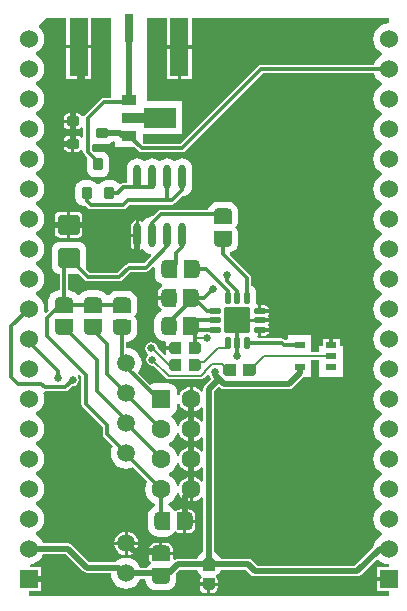
<source format=gtl>
%FSAX24Y24*%
%MOIN*%
G70*
G01*
G75*
G04 Layer_Physical_Order=1*
G04 Layer_Color=255*
G04:AMPARAMS|DCode=10|XSize=17.7mil|YSize=43.3mil|CornerRadius=4.4mil|HoleSize=0mil|Usage=FLASHONLY|Rotation=180.000|XOffset=0mil|YOffset=0mil|HoleType=Round|Shape=RoundedRectangle|*
%AMROUNDEDRECTD10*
21,1,0.0177,0.0344,0,0,180.0*
21,1,0.0089,0.0433,0,0,180.0*
1,1,0.0089,-0.0044,0.0172*
1,1,0.0089,0.0044,0.0172*
1,1,0.0089,0.0044,-0.0172*
1,1,0.0089,-0.0044,-0.0172*
%
%ADD10ROUNDEDRECTD10*%
G04:AMPARAMS|DCode=11|XSize=84.6mil|YSize=84.6mil|CornerRadius=4.2mil|HoleSize=0mil|Usage=FLASHONLY|Rotation=90.000|XOffset=0mil|YOffset=0mil|HoleType=Round|Shape=RoundedRectangle|*
%AMROUNDEDRECTD11*
21,1,0.0846,0.0762,0,0,90.0*
21,1,0.0762,0.0846,0,0,90.0*
1,1,0.0085,0.0381,0.0381*
1,1,0.0085,0.0381,-0.0381*
1,1,0.0085,-0.0381,-0.0381*
1,1,0.0085,-0.0381,0.0381*
%
%ADD11ROUNDEDRECTD11*%
G04:AMPARAMS|DCode=12|XSize=17.7mil|YSize=43.3mil|CornerRadius=4.4mil|HoleSize=0mil|Usage=FLASHONLY|Rotation=270.000|XOffset=0mil|YOffset=0mil|HoleType=Round|Shape=RoundedRectangle|*
%AMROUNDEDRECTD12*
21,1,0.0177,0.0344,0,0,270.0*
21,1,0.0089,0.0433,0,0,270.0*
1,1,0.0089,-0.0172,-0.0044*
1,1,0.0089,-0.0172,0.0044*
1,1,0.0089,0.0172,0.0044*
1,1,0.0089,0.0172,-0.0044*
%
%ADD12ROUNDEDRECTD12*%
G04:AMPARAMS|DCode=13|XSize=59.1mil|YSize=51.2mil|CornerRadius=12.8mil|HoleSize=0mil|Usage=FLASHONLY|Rotation=270.000|XOffset=0mil|YOffset=0mil|HoleType=Round|Shape=RoundedRectangle|*
%AMROUNDEDRECTD13*
21,1,0.0591,0.0256,0,0,270.0*
21,1,0.0335,0.0512,0,0,270.0*
1,1,0.0256,-0.0128,-0.0167*
1,1,0.0256,-0.0128,0.0167*
1,1,0.0256,0.0128,0.0167*
1,1,0.0256,0.0128,-0.0167*
%
%ADD13ROUNDEDRECTD13*%
G04:AMPARAMS|DCode=14|XSize=39.4mil|YSize=39.4mil|CornerRadius=9.8mil|HoleSize=0mil|Usage=FLASHONLY|Rotation=180.000|XOffset=0mil|YOffset=0mil|HoleType=Round|Shape=RoundedRectangle|*
%AMROUNDEDRECTD14*
21,1,0.0394,0.0197,0,0,180.0*
21,1,0.0197,0.0394,0,0,180.0*
1,1,0.0197,-0.0098,0.0098*
1,1,0.0197,0.0098,0.0098*
1,1,0.0197,0.0098,-0.0098*
1,1,0.0197,-0.0098,-0.0098*
%
%ADD14ROUNDEDRECTD14*%
G04:AMPARAMS|DCode=15|XSize=32mil|YSize=40mil|CornerRadius=4mil|HoleSize=0mil|Usage=FLASHONLY|Rotation=270.000|XOffset=0mil|YOffset=0mil|HoleType=Round|Shape=RoundedRectangle|*
%AMROUNDEDRECTD15*
21,1,0.0320,0.0320,0,0,270.0*
21,1,0.0240,0.0400,0,0,270.0*
1,1,0.0080,-0.0160,-0.0120*
1,1,0.0080,-0.0160,0.0120*
1,1,0.0080,0.0160,0.0120*
1,1,0.0080,0.0160,-0.0120*
%
%ADD15ROUNDEDRECTD15*%
%ADD16R,0.1063X0.0669*%
%ADD17R,0.0512X0.0354*%
%ADD18R,0.0748X0.0354*%
%ADD19R,0.0630X0.1929*%
%ADD20R,0.0276X0.0925*%
G04:AMPARAMS|DCode=21|XSize=39.4mil|YSize=39.4mil|CornerRadius=9.8mil|HoleSize=0mil|Usage=FLASHONLY|Rotation=90.000|XOffset=0mil|YOffset=0mil|HoleType=Round|Shape=RoundedRectangle|*
%AMROUNDEDRECTD21*
21,1,0.0394,0.0197,0,0,90.0*
21,1,0.0197,0.0394,0,0,90.0*
1,1,0.0197,0.0098,0.0098*
1,1,0.0197,0.0098,-0.0098*
1,1,0.0197,-0.0098,-0.0098*
1,1,0.0197,-0.0098,0.0098*
%
%ADD21ROUNDEDRECTD21*%
G04:AMPARAMS|DCode=22|XSize=59.1mil|YSize=51.2mil|CornerRadius=12.8mil|HoleSize=0mil|Usage=FLASHONLY|Rotation=0.000|XOffset=0mil|YOffset=0mil|HoleType=Round|Shape=RoundedRectangle|*
%AMROUNDEDRECTD22*
21,1,0.0591,0.0256,0,0,0.0*
21,1,0.0335,0.0512,0,0,0.0*
1,1,0.0256,0.0167,-0.0128*
1,1,0.0256,-0.0167,-0.0128*
1,1,0.0256,-0.0167,0.0128*
1,1,0.0256,0.0167,0.0128*
%
%ADD22ROUNDEDRECTD22*%
G04:AMPARAMS|DCode=23|XSize=70.9mil|YSize=65mil|CornerRadius=4.9mil|HoleSize=0mil|Usage=FLASHONLY|Rotation=0.000|XOffset=0mil|YOffset=0mil|HoleType=Round|Shape=RoundedRectangle|*
%AMROUNDEDRECTD23*
21,1,0.0709,0.0552,0,0,0.0*
21,1,0.0611,0.0650,0,0,0.0*
1,1,0.0097,0.0306,-0.0276*
1,1,0.0097,-0.0306,-0.0276*
1,1,0.0097,-0.0306,0.0276*
1,1,0.0097,0.0306,0.0276*
%
%ADD23ROUNDEDRECTD23*%
G04:AMPARAMS|DCode=24|XSize=32mil|YSize=40mil|CornerRadius=4mil|HoleSize=0mil|Usage=FLASHONLY|Rotation=0.000|XOffset=0mil|YOffset=0mil|HoleType=Round|Shape=RoundedRectangle|*
%AMROUNDEDRECTD24*
21,1,0.0320,0.0320,0,0,0.0*
21,1,0.0240,0.0400,0,0,0.0*
1,1,0.0080,0.0120,-0.0160*
1,1,0.0080,-0.0120,-0.0160*
1,1,0.0080,-0.0120,0.0160*
1,1,0.0080,0.0120,0.0160*
%
%ADD24ROUNDEDRECTD24*%
%ADD25O,0.0236X0.0827*%
%ADD26R,0.0354X0.0217*%
%ADD27C,0.0118*%
%ADD28C,0.0197*%
%ADD29C,0.0079*%
%ADD30C,0.0100*%
%ADD31C,0.0080*%
%ADD32R,0.0256X0.0591*%
%ADD33R,0.0394X0.0217*%
%ADD34R,0.0217X0.0394*%
%ADD35R,0.0591X0.0256*%
%ADD36C,0.0591*%
%ADD37C,0.0630*%
G04:AMPARAMS|DCode=38|XSize=63mil|YSize=63mil|CornerRadius=7.9mil|HoleSize=0mil|Usage=FLASHONLY|Rotation=270.000|XOffset=0mil|YOffset=0mil|HoleType=Round|Shape=RoundedRectangle|*
%AMROUNDEDRECTD38*
21,1,0.0630,0.0472,0,0,270.0*
21,1,0.0472,0.0630,0,0,270.0*
1,1,0.0157,-0.0236,-0.0236*
1,1,0.0157,-0.0236,0.0236*
1,1,0.0157,0.0236,0.0236*
1,1,0.0157,0.0236,-0.0236*
%
%ADD38ROUNDEDRECTD38*%
%ADD39C,0.0600*%
%ADD40R,0.0600X0.0600*%
%ADD41C,0.0256*%
G36*
X042175Y028593D02*
X042234Y028554D01*
X042303Y028540D01*
X043075D01*
X043086Y028528D01*
X043104Y028394D01*
X043155Y028269D01*
X043237Y028163D01*
X043344Y028080D01*
X043469Y028029D01*
X043602Y028011D01*
X043736Y028029D01*
X043860Y028080D01*
X043967Y028163D01*
X044049Y028269D01*
X044082Y028347D01*
X044249D01*
Y028317D01*
X044261Y028227D01*
X044296Y028143D01*
X044351Y028071D01*
X044423Y028016D01*
X044507Y027981D01*
X044596Y027969D01*
X044931D01*
X045021Y027981D01*
X045105Y028016D01*
X045177Y028071D01*
X045232Y028143D01*
X045267Y028227D01*
X045279Y028317D01*
Y028527D01*
X045400Y028648D01*
X045953D01*
X045953Y028648D01*
X045985Y028571D01*
X046035Y028506D01*
X046101Y028455D01*
X046112Y028451D01*
X046117Y028401D01*
X046073Y028335D01*
X046058Y028258D01*
Y028209D01*
X046659D01*
Y028258D01*
X046644Y028335D01*
X046600Y028401D01*
X046605Y028451D01*
X046616Y028455D01*
X046681Y028506D01*
X046732Y028571D01*
X046764Y028648D01*
X046764Y028648D01*
X047583D01*
X047756Y028475D01*
X047815Y028435D01*
X047884Y028422D01*
X051309D01*
X051378Y028435D01*
X051437Y028475D01*
X051944Y028981D01*
X051994Y028978D01*
X052102Y028895D01*
X052227Y028843D01*
X052362Y028825D01*
Y028746D01*
X051962D01*
Y028396D01*
X052362D01*
Y028296D01*
X051962D01*
Y027946D01*
X052362D01*
Y027756D01*
X040410D01*
X040354Y027812D01*
Y027946D01*
X040754D01*
Y028296D01*
X040354D01*
Y028396D01*
X040754D01*
Y028746D01*
X040410D01*
X040397Y028760D01*
X040422Y028834D01*
X040489Y028843D01*
X040615Y028895D01*
X040723Y028978D01*
X040806Y029086D01*
X040839Y029166D01*
X041602D01*
X042175Y028593D01*
D02*
G37*
G36*
X044564Y038711D02*
Y038494D01*
X044576Y038404D01*
X044611Y038320D01*
X044666Y038248D01*
X044738Y038193D01*
X044788Y038172D01*
X044796Y038094D01*
X044727Y038048D01*
X044677Y037973D01*
X044659Y037884D01*
Y037767D01*
X045020D01*
Y037667D01*
X044659D01*
Y037549D01*
X044677Y037460D01*
X044727Y037385D01*
X044788Y037344D01*
X044781Y037266D01*
X044718Y037240D01*
X044646Y037185D01*
X044591Y037113D01*
X044556Y037029D01*
X044544Y036939D01*
Y036604D01*
X044556Y036514D01*
X044591Y036431D01*
X044646Y036359D01*
X044718Y036303D01*
X044802Y036269D01*
X044892Y036257D01*
X044941Y036209D01*
D01*
X044941D01*
X044926Y036132D01*
Y036083D01*
X045226D01*
Y035983D01*
X044926D01*
Y035935D01*
X044941Y035858D01*
X044953Y035840D01*
X044892Y035790D01*
X044659Y036023D01*
X044660Y036024D01*
X044644Y036104D01*
X044598Y036173D01*
X044529Y036218D01*
X044449Y036234D01*
X044368Y036218D01*
X044300Y036173D01*
X044254Y036104D01*
X044238Y036024D01*
X044254Y035943D01*
X044300Y035875D01*
X044309Y035868D01*
X044324Y035791D01*
X044284Y035730D01*
X044268Y035650D01*
X044284Y035569D01*
X044329Y035501D01*
X044398Y035455D01*
X044478Y035439D01*
X044512Y035446D01*
X044935Y035023D01*
X044935Y035023D01*
X044974Y034997D01*
X044974Y034997D01*
X044974Y034997D01*
D01*
X044974Y034997D01*
X044974Y034997D01*
X045020Y034988D01*
X045020Y034988D01*
X045691D01*
X045691Y034988D01*
X046100D01*
X046100Y034988D01*
X046146Y034997D01*
X046185Y035023D01*
X046313Y035151D01*
X046325Y035147D01*
X046394Y035101D01*
X046398Y035079D01*
X046437Y035020D01*
X046447Y035010D01*
X046231Y034793D01*
X046191Y034734D01*
X046178Y034665D01*
X046178Y034665D01*
X046178D01*
X046178Y034665D01*
X046178D01*
Y034605D01*
X046103Y034580D01*
X046072Y034621D01*
X045985Y034687D01*
X045884Y034729D01*
X045826Y034737D01*
Y034325D01*
Y033913D01*
X045884Y033921D01*
X045985Y033962D01*
X046072Y034029D01*
X046103Y034070D01*
X046178Y034045D01*
Y033605D01*
X046103Y033580D01*
X046072Y033621D01*
X045985Y033687D01*
X045884Y033729D01*
X045826Y033737D01*
Y033325D01*
Y032913D01*
X045884Y032921D01*
X045985Y032962D01*
X046072Y033029D01*
X046103Y033070D01*
X046178Y033045D01*
Y032605D01*
X046103Y032580D01*
X046072Y032621D01*
X045985Y032687D01*
X045884Y032729D01*
X045826Y032737D01*
Y032325D01*
Y031913D01*
X045884Y031921D01*
X045985Y031962D01*
X046072Y032029D01*
X046103Y032070D01*
X046178Y032045D01*
Y031605D01*
X046103Y031580D01*
X046072Y031621D01*
X045985Y031687D01*
X045884Y031729D01*
X045826Y031737D01*
Y031325D01*
Y030913D01*
X045884Y030921D01*
X045985Y030962D01*
X046072Y031029D01*
X046103Y031070D01*
X046178Y031045D01*
Y029234D01*
X046178Y029234D01*
X046101Y029202D01*
X046035Y029152D01*
X045985Y029086D01*
X045953Y029009D01*
X045953Y029009D01*
X045325D01*
X045256Y028996D01*
X045219Y028971D01*
X045154Y029015D01*
X045164Y029065D01*
Y029143D01*
X044364D01*
Y029065D01*
X044382Y028976D01*
X044432Y028901D01*
X044432Y028901D01*
X044423Y028874D01*
X044351Y028819D01*
X044296Y028747D01*
X044280Y028708D01*
X044082D01*
X044049Y028786D01*
X043967Y028893D01*
X043860Y028975D01*
X043736Y029026D01*
X043602Y029044D01*
X043469Y029026D01*
X043344Y028975D01*
X043248Y028901D01*
X042378D01*
X041805Y029474D01*
X041746Y029513D01*
X041677Y029527D01*
X040839D01*
X040806Y029607D01*
X040723Y029715D01*
X040615Y029798D01*
X040592Y029807D01*
Y029886D01*
X040615Y029895D01*
X040723Y029978D01*
X040806Y030086D01*
X040858Y030212D01*
X040875Y030346D01*
X040858Y030481D01*
X040806Y030607D01*
X040723Y030715D01*
X040615Y030798D01*
X040592Y030807D01*
Y030886D01*
X040615Y030895D01*
X040723Y030978D01*
X040806Y031086D01*
X040858Y031212D01*
X040875Y031346D01*
X040858Y031481D01*
X040806Y031607D01*
X040723Y031715D01*
X040615Y031798D01*
X040592Y031807D01*
Y031886D01*
X040615Y031895D01*
X040723Y031978D01*
X040806Y032086D01*
X040858Y032212D01*
X040875Y032346D01*
X040858Y032481D01*
X040806Y032607D01*
X040723Y032715D01*
X040615Y032798D01*
X040592Y032807D01*
Y032886D01*
X040615Y032895D01*
X040723Y032978D01*
X040806Y033086D01*
X040858Y033212D01*
X040875Y033346D01*
X040858Y033481D01*
X040806Y033607D01*
X040723Y033715D01*
X040615Y033798D01*
X040592Y033807D01*
Y033886D01*
X040615Y033895D01*
X040723Y033978D01*
X040806Y034086D01*
X040858Y034212D01*
X040875Y034346D01*
X040858Y034481D01*
X040835Y034535D01*
X040885Y034596D01*
X040896Y034594D01*
X041575D01*
X041629Y034604D01*
X041674Y034635D01*
X041811Y034772D01*
X041821Y034770D01*
X041902Y034786D01*
X041970Y034831D01*
X042016Y034900D01*
X042032Y034980D01*
X042016Y035061D01*
X041984Y035108D01*
X042045Y035158D01*
X042113Y035089D01*
Y034173D01*
X042113Y034173D01*
X042113D01*
X042124Y034119D01*
X042155Y034074D01*
X042822Y033406D01*
Y033167D01*
X042822Y033167D01*
X042822D01*
X042833Y033114D01*
X042863Y033068D01*
X043152Y032779D01*
X043104Y032661D01*
X043086Y032528D01*
X043104Y032394D01*
X043155Y032269D01*
X043237Y032163D01*
X043344Y032080D01*
X043469Y032029D01*
X043602Y032011D01*
X043736Y032029D01*
X043833Y032069D01*
X044311Y031591D01*
X044258Y031464D01*
X044240Y031325D01*
X044258Y031186D01*
X044311Y031057D01*
X044397Y030946D01*
X044508Y030861D01*
X044562Y030838D01*
X044562Y030759D01*
X044501Y030734D01*
X044430Y030679D01*
X044374Y030607D01*
X044340Y030523D01*
X044328Y030433D01*
Y030098D01*
X044340Y030008D01*
X044374Y029925D01*
X044430Y029853D01*
X044501Y029798D01*
X044585Y029763D01*
X044675Y029751D01*
X044931D01*
X045021Y029763D01*
X045105Y029798D01*
X045177Y029853D01*
X045232Y029925D01*
X045259Y029934D01*
X045259Y029934D01*
D01*
X045334Y029884D01*
X045423Y029866D01*
X045501D01*
Y030266D01*
Y030665D01*
X045423D01*
X045334Y030648D01*
X045259Y030597D01*
D01*
X045232Y030607D01*
X045177Y030679D01*
X045105Y030734D01*
X045021Y030769D01*
X045021Y030769D01*
X045010Y030847D01*
X045044Y030861D01*
X045155Y030946D01*
X045240Y031057D01*
X045293Y031186D01*
X045295Y031201D01*
X045373Y031211D01*
X045413Y031116D01*
X045480Y031029D01*
X045566Y030962D01*
X045667Y030921D01*
X045726Y030913D01*
Y031325D01*
Y031737D01*
X045667Y031729D01*
X045566Y031687D01*
X045480Y031621D01*
X045413Y031534D01*
X045373Y031438D01*
X045295Y031449D01*
X045293Y031464D01*
X045240Y031593D01*
X045155Y031704D01*
X045048Y031785D01*
Y031864D01*
X045155Y031946D01*
X045240Y032057D01*
X045293Y032186D01*
X045295Y032201D01*
X045373Y032211D01*
X045413Y032116D01*
X045480Y032029D01*
X045566Y031962D01*
X045667Y031921D01*
X045726Y031913D01*
Y032325D01*
Y032737D01*
X045667Y032729D01*
X045566Y032687D01*
X045480Y032621D01*
X045413Y032534D01*
X045373Y032438D01*
X045295Y032449D01*
X045293Y032464D01*
X045240Y032593D01*
X045155Y032704D01*
X045048Y032785D01*
Y032864D01*
X045155Y032946D01*
X045240Y033057D01*
X045293Y033186D01*
X045295Y033201D01*
X045373Y033211D01*
X045413Y033116D01*
X045480Y033029D01*
X045566Y032962D01*
X045667Y032921D01*
X045726Y032913D01*
Y033325D01*
Y033737D01*
X045667Y033729D01*
X045566Y033687D01*
X045480Y033621D01*
X045413Y033534D01*
X045373Y033438D01*
X045295Y033449D01*
X045293Y033464D01*
X045240Y033593D01*
X045155Y033704D01*
X045112Y033737D01*
X045122Y033815D01*
X045161Y033831D01*
X045222Y033878D01*
X045270Y033940D01*
X045299Y034011D01*
X045310Y034089D01*
Y034164D01*
X045387Y034179D01*
X045413Y034116D01*
X045480Y034029D01*
X045566Y033962D01*
X045667Y033921D01*
X045726Y033913D01*
Y034325D01*
Y034737D01*
X045667Y034729D01*
X045566Y034687D01*
X045480Y034621D01*
X045413Y034534D01*
X045387Y034471D01*
X045310Y034486D01*
Y034561D01*
X045299Y034638D01*
X045270Y034710D01*
X045222Y034772D01*
X045161Y034819D01*
X045089Y034849D01*
X045012Y034859D01*
X044539D01*
X044462Y034849D01*
X044394Y034820D01*
X044004Y035210D01*
X044049Y035269D01*
X044101Y035394D01*
X044119Y035528D01*
X044101Y035661D01*
X044049Y035786D01*
X043967Y035893D01*
X043860Y035975D01*
X043736Y036026D01*
X043605Y036043D01*
Y036247D01*
X043632D01*
X043722Y036259D01*
X043806Y036294D01*
X043878Y036349D01*
X043933Y036421D01*
X043968Y036505D01*
X043979Y036594D01*
Y036850D01*
X043968Y036940D01*
X043933Y037024D01*
X043878Y037096D01*
X043933Y037169D01*
D01*
X043933Y037169D01*
X043933D01*
X043968Y037253D01*
X043979Y037343D01*
Y037598D01*
X043968Y037688D01*
X043933Y037772D01*
X043878Y037844D01*
X043806Y037899D01*
X043722Y037934D01*
X043632Y037946D01*
X043297D01*
X043207Y037934D01*
X043124Y037899D01*
X043052Y037844D01*
X043025Y037810D01*
X042947D01*
X042913Y037854D01*
X042841Y037909D01*
X042757Y037944D01*
X042667Y037956D01*
X042333D01*
X042243Y037944D01*
X042159Y037909D01*
X042087Y037854D01*
X042052Y037809D01*
X041973D01*
X041939Y037854D01*
X041867Y037909D01*
X041783Y037944D01*
X041693Y037956D01*
X041666D01*
Y038492D01*
X041999D01*
X042033Y038496D01*
X042233Y038296D01*
X042233D01*
X042233Y038296D01*
X042233D01*
X042233Y038296D01*
Y038296D01*
X042233Y038296D01*
Y038296D01*
X042279Y038266D01*
X042333Y038255D01*
X043366D01*
X043420Y038266D01*
X043465Y038296D01*
X043749Y038580D01*
X044272D01*
X044325Y038591D01*
X044371Y038621D01*
X044491Y038741D01*
X044564Y038711D01*
D02*
G37*
G36*
X052362Y046867D02*
X052227Y046850D01*
X052102Y046798D01*
X051994Y046715D01*
X051911Y046607D01*
X051859Y046481D01*
X051841Y046346D01*
X051859Y046212D01*
X051911Y046086D01*
X051994Y045978D01*
X052102Y045895D01*
X052124Y045886D01*
Y045807D01*
X052102Y045798D01*
X051994Y045715D01*
X051911Y045607D01*
X051861Y045487D01*
X048112D01*
X048058Y045476D01*
X048013Y045446D01*
X045414Y042847D01*
X044182D01*
X044177Y042852D01*
Y043159D01*
X045476D01*
Y044262D01*
X044291D01*
Y047047D01*
X044959D01*
Y046133D01*
X045789D01*
Y047047D01*
X052362D01*
Y046867D01*
D02*
G37*
G36*
X043110Y044373D02*
X042864D01*
X042810Y044362D01*
X042765Y044332D01*
X042223Y043790D01*
X042221Y043786D01*
X042125Y043767D01*
X042094Y043813D01*
X042048Y043844D01*
X041993Y043855D01*
X041883D01*
Y043593D01*
Y043330D01*
X041993D01*
X042048Y043341D01*
X042094Y043372D01*
X042107Y043391D01*
X042182Y043368D01*
Y043069D01*
X042107Y043046D01*
X042094Y043065D01*
X042048Y043096D01*
X041993Y043107D01*
X041883D01*
Y042844D01*
Y042582D01*
X041993D01*
X042048Y042593D01*
X042094Y042624D01*
X042107Y042643D01*
X042129Y042636D01*
X042123Y042638D01*
X042182Y042579D01*
X042182Y042579D01*
D01*
X042193Y042525D01*
X042223Y042479D01*
X042302Y042401D01*
X042297Y042390D01*
X042289Y042323D01*
Y042003D01*
X042297Y041936D01*
X042323Y041874D01*
X042364Y041820D01*
X042418Y041779D01*
X042480Y041753D01*
X042547Y041744D01*
X042787D01*
X042854Y041753D01*
X042917Y041779D01*
X042970Y041820D01*
X043011Y041874D01*
X043037Y041936D01*
X043046Y042003D01*
Y042323D01*
X043037Y042390D01*
X043011Y042452D01*
X042970Y042506D01*
X042917Y042547D01*
X042854Y042573D01*
X042787Y042582D01*
X042547D01*
X042522Y042578D01*
X042463Y042637D01*
Y042820D01*
X042529Y042864D01*
X042566Y042849D01*
X042633Y042840D01*
X042953D01*
X043020Y042849D01*
X043082Y042874D01*
X043136Y042916D01*
X043158Y042944D01*
X043232Y042919D01*
Y042726D01*
X043906D01*
X044025Y042607D01*
X044025D01*
X044025Y042607D01*
X044025Y042607D01*
Y042607D01*
X044070Y042577D01*
X044124Y042566D01*
X045472D01*
X045526Y042577D01*
X045572Y042607D01*
X048170Y045206D01*
X051861D01*
X051911Y045086D01*
X051994Y044978D01*
X052102Y044895D01*
X052124Y044886D01*
Y044807D01*
X052102Y044798D01*
X051994Y044715D01*
X051911Y044607D01*
X051859Y044481D01*
X051841Y044346D01*
X051859Y044212D01*
X051911Y044086D01*
X051994Y043978D01*
X052102Y043895D01*
X052124Y043886D01*
Y043807D01*
X052102Y043798D01*
X051994Y043715D01*
X051911Y043607D01*
X051859Y043481D01*
X051841Y043346D01*
X051859Y043212D01*
X051911Y043086D01*
X051994Y042978D01*
X052102Y042895D01*
X052124Y042886D01*
Y042807D01*
X052102Y042798D01*
X051994Y042715D01*
X051911Y042607D01*
X051859Y042481D01*
X051841Y042346D01*
X051859Y042212D01*
X051911Y042086D01*
X051994Y041978D01*
X052102Y041895D01*
X052124Y041886D01*
Y041807D01*
X052102Y041798D01*
X051994Y041715D01*
X051911Y041607D01*
X051859Y041481D01*
X051841Y041346D01*
X051859Y041212D01*
X051911Y041086D01*
X051994Y040978D01*
X052102Y040895D01*
X052124Y040886D01*
Y040807D01*
X052102Y040798D01*
X051994Y040715D01*
X051911Y040607D01*
X051859Y040481D01*
X051841Y040346D01*
X051859Y040212D01*
X051911Y040086D01*
X051994Y039978D01*
X052102Y039895D01*
X052124Y039886D01*
Y039807D01*
X052102Y039798D01*
X051994Y039715D01*
X051911Y039607D01*
X051859Y039481D01*
X051841Y039346D01*
X051859Y039212D01*
X051911Y039086D01*
X051994Y038978D01*
X052102Y038895D01*
X052124Y038886D01*
Y038807D01*
X052102Y038798D01*
X051994Y038715D01*
X051911Y038607D01*
X051859Y038481D01*
X051841Y038346D01*
X051859Y038212D01*
X051911Y038086D01*
X051994Y037978D01*
X052102Y037895D01*
X052124Y037886D01*
Y037807D01*
X052102Y037798D01*
X051994Y037715D01*
X051911Y037607D01*
X051859Y037481D01*
X051841Y037346D01*
X051859Y037212D01*
X051911Y037086D01*
X051994Y036978D01*
X052102Y036895D01*
X052124Y036886D01*
Y036807D01*
X052102Y036798D01*
X051994Y036715D01*
X051911Y036607D01*
X051859Y036481D01*
X051841Y036346D01*
X051859Y036212D01*
X051911Y036086D01*
X051994Y035978D01*
X052102Y035895D01*
X052124Y035886D01*
Y035807D01*
X052102Y035798D01*
X051994Y035715D01*
X051911Y035607D01*
X051859Y035481D01*
X051841Y035346D01*
X051859Y035212D01*
X051911Y035086D01*
X051994Y034978D01*
X052102Y034895D01*
X052124Y034886D01*
Y034807D01*
X052102Y034798D01*
X051994Y034715D01*
X051911Y034607D01*
X051859Y034481D01*
X051841Y034346D01*
X051859Y034212D01*
X051911Y034086D01*
X051994Y033978D01*
X052102Y033895D01*
X052124Y033886D01*
Y033807D01*
X052102Y033798D01*
X051994Y033715D01*
X051911Y033607D01*
X051859Y033481D01*
X051841Y033346D01*
X051859Y033212D01*
X051911Y033086D01*
X051994Y032978D01*
X052102Y032895D01*
X052124Y032886D01*
Y032807D01*
X052102Y032798D01*
X051994Y032715D01*
X051911Y032607D01*
X051859Y032481D01*
X051841Y032346D01*
X051859Y032212D01*
X051911Y032086D01*
X051994Y031978D01*
X052102Y031895D01*
X052124Y031886D01*
Y031807D01*
X052102Y031798D01*
X051994Y031715D01*
X051911Y031607D01*
X051859Y031481D01*
X051841Y031346D01*
X051859Y031212D01*
X051911Y031086D01*
X051994Y030978D01*
X052102Y030895D01*
X052124Y030886D01*
Y030807D01*
X052102Y030798D01*
X051994Y030715D01*
X051911Y030607D01*
X051859Y030481D01*
X051841Y030346D01*
X051859Y030212D01*
X051911Y030086D01*
X051994Y029978D01*
X052102Y029895D01*
X052124Y029886D01*
Y029807D01*
X052102Y029798D01*
X051994Y029715D01*
X051911Y029607D01*
X051859Y029481D01*
X051848Y029397D01*
X051234Y028783D01*
X047959D01*
X047785Y028956D01*
X047727Y028996D01*
X047657Y029009D01*
X046764D01*
X046764Y029009D01*
X046732Y029086D01*
X046681Y029152D01*
X046616Y029202D01*
X046539Y029234D01*
X046539Y029234D01*
Y034591D01*
X046690Y034742D01*
X046733Y034725D01*
X046733Y034725D01*
X046733Y034725D01*
X046733D01*
Y034725D01*
X046791Y034685D01*
X046860Y034672D01*
X049045D01*
X049114Y034685D01*
X049173Y034725D01*
X049512Y035064D01*
X049522Y035079D01*
X049778D01*
Y035653D01*
X050049D01*
Y035449D01*
Y035079D01*
X050837D01*
Y035449D01*
Y036098D01*
X050720D01*
Y036352D01*
X050493D01*
Y036144D01*
X050393D01*
Y036352D01*
X050166D01*
Y036098D01*
X050049D01*
Y035894D01*
X049778D01*
Y036468D01*
X048990D01*
Y036321D01*
X048918Y036291D01*
X048893Y036316D01*
X048847Y036346D01*
X048793Y036357D01*
X048001D01*
X047968Y036429D01*
X047987Y036450D01*
X048003D01*
Y036642D01*
X048053D01*
Y036692D01*
X048371D01*
X048361Y036742D01*
X048329Y036790D01*
Y036808D01*
X048361Y036856D01*
X048371Y036907D01*
X048053D01*
Y037007D01*
X048371D01*
X048361Y037057D01*
X048329Y037105D01*
Y037123D01*
X048361Y037171D01*
X048371Y037222D01*
X048053D01*
Y037272D01*
X048003D01*
Y037463D01*
X047987D01*
X047935Y037522D01*
X047935Y037525D01*
Y037869D01*
X047926Y037937D01*
X047900Y038001D01*
X047858Y038055D01*
X047804Y038097D01*
X047768Y038112D01*
Y038376D01*
X047758Y038430D01*
X047727Y038475D01*
X047057Y039146D01*
X047082Y039221D01*
X047088Y039221D01*
X047172Y039256D01*
X047244Y039311D01*
X047299Y039383D01*
X047334Y039467D01*
X047345Y039557D01*
Y039813D01*
X047334Y039903D01*
X047299Y039987D01*
X047244Y040059D01*
X047299Y040131D01*
D01*
X047299Y040131D01*
X047299D01*
X047334Y040215D01*
X047345Y040305D01*
Y040561D01*
X047334Y040651D01*
X047299Y040735D01*
X047244Y040807D01*
X047172Y040862D01*
X047088Y040897D01*
X046998Y040908D01*
X046663D01*
X046573Y040897D01*
X046490Y040862D01*
X046418Y040807D01*
X046362Y040735D01*
X046328Y040651D01*
X046327Y040642D01*
X044774D01*
X044720Y040632D01*
X044674Y040601D01*
X044496Y040423D01*
X044474Y040426D01*
X044387Y040415D01*
X044306Y040381D01*
X044236Y040327D01*
X044182Y040257D01*
X044179Y040251D01*
X044132Y040246D01*
X044060Y040294D01*
X044024Y040301D01*
Y039793D01*
Y039286D01*
X044060Y039293D01*
X044132Y039341D01*
X044179Y039336D01*
X044182Y039329D01*
X044236Y039259D01*
X044306Y039206D01*
X044387Y039172D01*
X044420Y039168D01*
X044446Y039093D01*
X044213Y038861D01*
X043691D01*
X043637Y038850D01*
X043592Y038820D01*
X043308Y038536D01*
X042391D01*
X042251Y038676D01*
X042257Y038690D01*
X042266Y038759D01*
Y039312D01*
X042257Y039381D01*
X042230Y039445D01*
X042188Y039501D01*
X042132Y039543D01*
X042068Y039570D01*
X041999Y039579D01*
X041387D01*
X041318Y039570D01*
X041254Y039543D01*
X041198Y039501D01*
X041156Y039445D01*
X041129Y039381D01*
X041120Y039312D01*
Y038759D01*
X041129Y038690D01*
X041156Y038626D01*
X041198Y038570D01*
X041254Y038528D01*
X041318Y038501D01*
X041385Y038492D01*
Y037956D01*
X041358D01*
X041268Y037944D01*
X041185Y037909D01*
X041113Y037854D01*
X041057Y037782D01*
X041023Y037698D01*
X041011Y037608D01*
Y037352D01*
X041020Y037282D01*
X040930Y037192D01*
X040860Y037227D01*
X040875Y037346D01*
X040858Y037481D01*
X040806Y037607D01*
X040723Y037715D01*
X040615Y037798D01*
X040592Y037807D01*
Y037886D01*
X040615Y037895D01*
X040723Y037978D01*
X040806Y038086D01*
X040858Y038212D01*
X040875Y038346D01*
X040858Y038481D01*
X040806Y038607D01*
X040723Y038715D01*
X040615Y038798D01*
X040592Y038807D01*
Y038886D01*
X040615Y038895D01*
X040723Y038978D01*
X040806Y039086D01*
X040858Y039212D01*
X040875Y039346D01*
X040858Y039481D01*
X040806Y039607D01*
X040723Y039715D01*
X040615Y039798D01*
X040592Y039807D01*
Y039886D01*
X040615Y039895D01*
X040723Y039978D01*
X040806Y040086D01*
X040858Y040212D01*
X040875Y040346D01*
X040858Y040481D01*
X040806Y040607D01*
X040723Y040715D01*
X040615Y040798D01*
X040592Y040807D01*
Y040886D01*
X040615Y040895D01*
X040723Y040978D01*
X040806Y041086D01*
X040858Y041212D01*
X040875Y041346D01*
X040858Y041481D01*
X040806Y041607D01*
X040723Y041715D01*
X040615Y041798D01*
X040592Y041807D01*
Y041886D01*
X040615Y041895D01*
X040723Y041978D01*
X040806Y042086D01*
X040858Y042212D01*
X040875Y042346D01*
X040858Y042481D01*
X040806Y042607D01*
X040723Y042715D01*
X040615Y042798D01*
X040592Y042807D01*
Y042886D01*
X040615Y042895D01*
X040723Y042978D01*
X040806Y043086D01*
X040858Y043212D01*
X040875Y043346D01*
X040858Y043481D01*
X040806Y043607D01*
X040723Y043715D01*
X040615Y043798D01*
X040592Y043807D01*
Y043886D01*
X040615Y043895D01*
X040723Y043978D01*
X040806Y044086D01*
X040858Y044212D01*
X040875Y044346D01*
X040858Y044481D01*
X040806Y044607D01*
X040723Y044715D01*
X040615Y044798D01*
X040592Y044807D01*
Y044886D01*
X040615Y044895D01*
X040723Y044978D01*
X040806Y045086D01*
X040858Y045212D01*
X040875Y045346D01*
X040858Y045481D01*
X040806Y045607D01*
X040723Y045715D01*
X040615Y045798D01*
X040592Y045807D01*
Y045886D01*
X040615Y045895D01*
X040723Y045978D01*
X040806Y046086D01*
X040858Y046212D01*
X040875Y046346D01*
X040858Y046481D01*
X040806Y046607D01*
X040723Y046715D01*
X040708Y046726D01*
X040703Y046805D01*
X040945Y047047D01*
X041613D01*
Y046133D01*
X042443D01*
Y047047D01*
X043110D01*
Y044373D01*
D02*
G37*
%LPC*%
G36*
X045912Y030216D02*
X045601D01*
Y029866D01*
X045679D01*
X045768Y029884D01*
X045843Y029934D01*
X045894Y030009D01*
X045912Y030098D01*
Y030216D01*
D02*
G37*
G36*
X043652Y029920D02*
Y029578D01*
X043994D01*
X043987Y029631D01*
X043948Y029727D01*
X043884Y029809D01*
X043802Y029873D01*
X043706Y029913D01*
X043652Y029920D01*
D02*
G37*
G36*
X045679Y030665D02*
X045601D01*
Y030316D01*
X045912D01*
Y030433D01*
X045894Y030522D01*
X045843Y030597D01*
X045768Y030648D01*
X045679Y030665D01*
D02*
G37*
G36*
X048225Y037463D02*
X048103D01*
Y037322D01*
X048371D01*
X048361Y037372D01*
X048329Y037420D01*
X048282Y037452D01*
X048225Y037463D01*
D02*
G37*
G36*
X048371Y036592D02*
X048103D01*
Y036450D01*
X048225D01*
X048282Y036462D01*
X048329Y036493D01*
X048361Y036541D01*
X048371Y036592D01*
D02*
G37*
G36*
X043552Y029920D02*
X043499Y029913D01*
X043403Y029873D01*
X043320Y029809D01*
X043257Y029727D01*
X043217Y029631D01*
X043210Y029578D01*
X043552D01*
Y029920D01*
D02*
G37*
G36*
Y029478D02*
X043210D01*
X043217Y029424D01*
X043257Y029328D01*
X043320Y029246D01*
X043403Y029182D01*
X043499Y029142D01*
X043552Y029135D01*
Y029478D01*
D02*
G37*
G36*
X046659Y028109D02*
X046408D01*
Y027859D01*
X046457D01*
X046534Y027874D01*
X046600Y027918D01*
X046644Y027984D01*
X046659Y028061D01*
Y028109D01*
D02*
G37*
G36*
X046308D02*
X046058D01*
Y028061D01*
X046073Y027984D01*
X046117Y027918D01*
X046182Y027874D01*
X046260Y027859D01*
X046308D01*
Y028109D01*
D02*
G37*
G36*
X044931Y029553D02*
X044814D01*
Y029243D01*
X045164D01*
Y029321D01*
X045146Y029410D01*
X045095Y029485D01*
X045020Y029536D01*
X044931Y029553D01*
D02*
G37*
G36*
X044714D02*
X044596D01*
X044508Y029536D01*
X044432Y029485D01*
X044382Y029410D01*
X044364Y029321D01*
Y029243D01*
X044714D01*
Y029553D01*
D02*
G37*
G36*
X043994Y029478D02*
X043652D01*
Y029135D01*
X043706Y029142D01*
X043802Y029182D01*
X043884Y029246D01*
X043948Y029328D01*
X043987Y029424D01*
X043994Y029478D01*
D02*
G37*
G36*
X043924Y039743D02*
X043752D01*
Y039498D01*
X043769Y039413D01*
X043817Y039341D01*
X043889Y039293D01*
X043924Y039286D01*
Y039743D01*
D02*
G37*
G36*
X041783Y043855D02*
X041673D01*
X041618Y043844D01*
X041572Y043813D01*
X041541Y043767D01*
X041530Y043713D01*
Y043643D01*
X041783D01*
Y043855D01*
D02*
G37*
G36*
Y043543D02*
X041530D01*
Y043473D01*
X041541Y043418D01*
X041572Y043372D01*
X041618Y043341D01*
X041673Y043330D01*
X041783D01*
Y043543D01*
D02*
G37*
G36*
Y043107D02*
X041673D01*
X041618Y043096D01*
X041572Y043065D01*
X041541Y043019D01*
X041530Y042964D01*
Y042894D01*
X041783D01*
Y043107D01*
D02*
G37*
G36*
X041978Y046033D02*
X041613D01*
Y045018D01*
X041978D01*
Y046033D01*
D02*
G37*
G36*
X045789D02*
X045424D01*
Y045018D01*
X045789D01*
Y046033D01*
D02*
G37*
G36*
X045324D02*
X044959D01*
Y045018D01*
X045324D01*
Y046033D01*
D02*
G37*
G36*
X042443D02*
X042078D01*
Y045018D01*
X042443D01*
Y046033D01*
D02*
G37*
G36*
X043924Y040301D02*
X043889Y040294D01*
X043817Y040246D01*
X043769Y040174D01*
X043752Y040089D01*
Y039843D01*
X043924D01*
Y040301D01*
D02*
G37*
G36*
X042150Y040088D02*
X041743D01*
Y039710D01*
X041999D01*
X042057Y039722D01*
X042106Y039754D01*
X042139Y039804D01*
X042150Y039862D01*
Y040088D01*
D02*
G37*
G36*
X041643D02*
X041236D01*
Y039862D01*
X041247Y039804D01*
X041280Y039754D01*
X041329Y039722D01*
X041387Y039710D01*
X041643D01*
Y040088D01*
D02*
G37*
G36*
Y040566D02*
X041387D01*
X041329Y040554D01*
X041280Y040521D01*
X041247Y040472D01*
X041236Y040414D01*
Y040188D01*
X041643D01*
Y040566D01*
D02*
G37*
G36*
X041783Y042794D02*
X041530D01*
Y042724D01*
X041541Y042670D01*
X041572Y042624D01*
X041618Y042593D01*
X041673Y042582D01*
X041783D01*
Y042794D01*
D02*
G37*
G36*
X045474Y042355D02*
X045387Y042344D01*
X045306Y042310D01*
X045236Y042256D01*
X045213D01*
X045143Y042310D01*
X045062Y042344D01*
X044974Y042355D01*
X044887Y042344D01*
X044806Y042310D01*
X044736Y042256D01*
X044713D01*
X044643Y042310D01*
X044562Y042344D01*
X044474Y042355D01*
X044387Y042344D01*
X044306Y042310D01*
X044236Y042256D01*
X044213D01*
X044143Y042310D01*
X044062Y042344D01*
X043974Y042355D01*
X043887Y042344D01*
X043806Y042310D01*
X043736Y042256D01*
X043682Y042186D01*
X043648Y042105D01*
X043637Y042018D01*
Y041528D01*
X043504D01*
X043450Y041518D01*
X043405Y041487D01*
X043386Y041491D01*
X043385Y041492D01*
X043344Y041546D01*
X043291Y041587D01*
X043228Y041613D01*
X043161Y041622D01*
X042921D01*
X042854Y041613D01*
X042792Y041587D01*
X042738Y041546D01*
X042707Y041505D01*
X042628D01*
X042596Y041546D01*
X042543Y041587D01*
X042480Y041613D01*
X042413Y041622D01*
X042173D01*
X042106Y041613D01*
X042044Y041587D01*
X041990Y041546D01*
X041949Y041492D01*
X041923Y041430D01*
X041915Y041363D01*
Y041043D01*
X041923Y040976D01*
X041949Y040914D01*
X041990Y040860D01*
X042044Y040819D01*
X042106Y040793D01*
X042173Y040784D01*
X042255D01*
X042322Y040718D01*
X042367Y040687D01*
X042421Y040676D01*
X043514D01*
X043568Y040687D01*
X043613Y040718D01*
X043613Y040718D01*
X043613Y040718D01*
X043710Y040814D01*
X045128D01*
X045182Y040825D01*
X045227Y040855D01*
X045463Y041091D01*
X045474Y041090D01*
X045562Y041101D01*
X045643Y041135D01*
X045713Y041188D01*
X045767Y041258D01*
X045800Y041340D01*
X045812Y041427D01*
Y042018D01*
X045800Y042105D01*
X045767Y042186D01*
X045713Y042256D01*
X045643Y042310D01*
X045562Y042344D01*
X045474Y042355D01*
D02*
G37*
G36*
X041999Y040566D02*
X041743D01*
Y040188D01*
X042150D01*
Y040414D01*
X042139Y040472D01*
X042106Y040521D01*
X042057Y040554D01*
X041999Y040566D01*
D02*
G37*
%LPD*%
D10*
X046998Y036217D02*
D03*
X047313D02*
D03*
X047628D02*
D03*
X046998Y037697D02*
D03*
X047313D02*
D03*
X047628D02*
D03*
D11*
X047313Y036957D02*
D03*
D12*
X048053Y037272D02*
D03*
Y036957D02*
D03*
Y036642D02*
D03*
X046573D02*
D03*
Y036957D02*
D03*
Y037272D02*
D03*
D13*
X045768Y036772D02*
D03*
X045020D02*
D03*
X045020Y037717D02*
D03*
X045768D02*
D03*
X045039Y038661D02*
D03*
X045787D02*
D03*
X045551Y030266D02*
D03*
X044803D02*
D03*
D14*
X046358Y028159D02*
D03*
Y028829D02*
D03*
D15*
X042793Y043218D02*
D03*
X041833Y042844D02*
D03*
Y043593D02*
D03*
D16*
X044728Y043711D02*
D03*
D17*
X043705Y043120D02*
D03*
Y044301D02*
D03*
D18*
X043823Y043711D02*
D03*
D19*
X045374Y046083D02*
D03*
X042028D02*
D03*
D20*
X043701Y046703D02*
D03*
D21*
X045226Y036033D02*
D03*
X045896D02*
D03*
X045226Y035463D02*
D03*
X045896D02*
D03*
X047047Y035305D02*
D03*
X047717D02*
D03*
D22*
X046831Y040433D02*
D03*
Y039685D02*
D03*
X043465Y037470D02*
D03*
Y036722D02*
D03*
X042500Y037480D02*
D03*
Y036732D02*
D03*
X041526Y037480D02*
D03*
Y036732D02*
D03*
X044764Y028445D02*
D03*
Y029193D02*
D03*
D23*
X041693Y039035D02*
D03*
Y040138D02*
D03*
D24*
X042293Y041203D02*
D03*
X043041D02*
D03*
X042667Y042163D02*
D03*
D25*
X045474Y041722D02*
D03*
X044974D02*
D03*
X044474D02*
D03*
X043974D02*
D03*
X045474Y039793D02*
D03*
X044974D02*
D03*
X044474D02*
D03*
X043974D02*
D03*
D26*
X050443Y036144D02*
D03*
X049384D02*
D03*
X050443Y035774D02*
D03*
Y035404D02*
D03*
X049384D02*
D03*
D27*
X044124Y042707D02*
X045472D01*
X048496Y036957D02*
X048504Y036949D01*
X048053Y036957D02*
X048496D01*
X041407Y037470D02*
X043465D01*
X045859Y037704D02*
X045862Y037707D01*
X045846Y037691D02*
X045859Y037704D01*
X051693Y028346D02*
X052362D01*
X043465Y035665D02*
Y036722D01*
Y035665D02*
X043602Y035528D01*
X042500Y036634D02*
Y036732D01*
Y036634D02*
X042953Y036181D01*
Y035177D02*
Y036181D01*
Y035177D02*
X043602Y034528D01*
Y033528D02*
Y033622D01*
Y034498D02*
Y034528D01*
Y034498D02*
X044776Y033325D01*
X043602Y033528D02*
X044776Y032354D01*
Y032325D02*
Y032354D01*
X043602Y032498D02*
Y032528D01*
Y032498D02*
X044776Y031325D01*
Y030293D02*
Y031325D01*
Y030293D02*
X044803Y030266D01*
X042323Y042579D02*
X042667Y042234D01*
X042323Y042579D02*
Y043691D01*
X042864Y044232D01*
X043628D01*
X045474Y041301D02*
Y041722D01*
X041526Y037480D02*
Y038868D01*
X041693Y039035D01*
X040965Y037028D02*
X041407Y037470D01*
X044974Y039423D02*
Y039793D01*
X044272Y038720D02*
X044974Y039423D01*
X043711Y043120D02*
X044124Y042707D01*
X041693Y039035D02*
X042333Y038396D01*
X047313Y035778D02*
Y036217D01*
X045768Y036772D02*
X045896Y036644D01*
X045020Y036772D02*
Y036864D01*
X045846Y037691D01*
Y037717D01*
X046291Y037272D02*
X046573D01*
X045953Y036957D02*
X046573D01*
X045768Y036772D02*
X045953Y036957D01*
X043602Y035413D02*
Y035528D01*
Y035413D02*
X044691Y034325D01*
X044776D01*
X040965Y036437D02*
Y037028D01*
X042618Y034606D02*
X043602Y033622D01*
X042618Y034606D02*
Y035640D01*
X041526Y036732D02*
X042618Y035640D01*
X040965Y036437D02*
X042254Y035148D01*
X045474Y039411D02*
Y039793D01*
X045266Y039203D02*
X045474Y039411D01*
X045266Y038848D02*
Y039203D01*
X045079Y038661D02*
X045266Y038848D01*
X044474Y039793D02*
Y040203D01*
X044774Y040502D01*
X048053Y036642D02*
X048472D01*
X048053Y037272D02*
X048472D01*
X048474Y037274D01*
X047313Y037697D02*
Y037923D01*
X045846Y037717D02*
X045859Y037704D01*
X046291Y037272D01*
X042333Y038396D02*
X043366D01*
X043691Y038720D01*
X044272D01*
X040354Y036250D02*
X041329Y035276D01*
Y035039D02*
Y035276D01*
X041575Y034734D02*
X041821Y034980D01*
X040896Y034734D02*
X041575D01*
X040778Y034852D02*
X040896Y034734D01*
X040000Y034852D02*
X040778D01*
X039783Y035069D02*
X040000Y034852D01*
X039783Y035069D02*
Y036776D01*
X040354Y037346D01*
X044508Y046083D02*
X045374D01*
X045177Y036033D02*
X045226D01*
X046638Y045900D02*
Y046555D01*
X046959Y046876D01*
X045374Y046083D02*
X046142D01*
X042963Y033167D02*
X043602Y032528D01*
X042963Y033167D02*
Y033465D01*
X042254Y034173D02*
X042963Y033465D01*
X042254Y034173D02*
Y035148D01*
X042293Y040945D02*
Y041203D01*
Y040945D02*
X042421Y040817D01*
X043514D01*
X043041Y041203D02*
X043319D01*
X043514Y040817D02*
X043652Y040955D01*
X044974D01*
X045128D01*
X044974D02*
Y041722D01*
X045128Y040955D02*
X045474Y041301D01*
X043319Y041203D02*
X043504Y041388D01*
X044140D01*
X044508D01*
X045472Y042707D02*
X048112Y045346D01*
X052362D01*
X047628Y037697D02*
Y038376D01*
X044774Y040502D02*
X046762D01*
X046831Y040433D01*
Y039173D02*
X047628Y038376D01*
X046831Y039173D02*
Y039685D01*
X047628Y036217D02*
X048793D01*
X048866Y036144D01*
X049384D01*
X050443D02*
Y037717D01*
X050217Y037943D02*
X050443Y037717D01*
X045679Y028159D02*
X046358D01*
X045600Y028081D02*
X045679Y028159D01*
X045116Y036095D02*
X045177Y036033D01*
X044409Y037717D02*
X045098D01*
X046998Y037697D02*
Y037923D01*
X045827Y038661D02*
X046260D01*
X046998Y037923D01*
X046973Y038263D02*
X047313Y037923D01*
X046973Y038263D02*
Y038390D01*
X047008Y038425D01*
X045862Y037707D02*
X046211D01*
X046496Y037992D01*
X045896Y036644D02*
X045898Y036642D01*
X046573D01*
X045896Y036033D02*
Y036398D01*
Y036644D01*
X047313Y036217D02*
Y036553D01*
D28*
X041843Y045947D02*
X042028Y046132D01*
X041833Y043593D02*
Y044233D01*
X045551Y030266D02*
Y031100D01*
X040354Y028346D02*
X041732D01*
X043628Y044232D02*
X043701Y044305D01*
X052053Y029346D02*
X052362D01*
X040354D02*
X041677D01*
X042303Y028720D01*
X043356D01*
X043549Y028528D01*
X043602Y029528D02*
X043858Y029272D01*
X044606D01*
X046358Y028829D02*
X047657D01*
X047884Y028602D01*
X044602Y028528D02*
X044606Y028524D01*
X043602Y028528D02*
X044602D01*
X043549D02*
X043602D01*
X043514Y043120D02*
X043705D01*
X043415Y043218D02*
X043514Y043120D01*
X042793Y043218D02*
X043415D01*
X041833Y042844D02*
Y043593D01*
Y044233D02*
X042116Y044516D01*
X041843Y045657D02*
Y045947D01*
Y045657D02*
X042126Y045374D01*
Y044516D02*
Y045374D01*
X041417Y042844D02*
X041833D01*
X043701Y046703D02*
Y046752D01*
X045551Y031100D02*
X045776Y031325D01*
Y032325D01*
Y033325D01*
Y034325D01*
X042667Y042163D02*
Y042234D01*
X043701Y044305D02*
Y044754D01*
Y046703D01*
X043974Y039319D02*
Y039793D01*
X041693Y040138D02*
X042805D01*
X042835Y040167D01*
X043465D01*
X043705Y043120D02*
X043711D01*
X043789Y039134D02*
X043974Y039319D01*
X040965Y040138D02*
X041693D01*
X047884Y028602D02*
X051309D01*
X052053Y029346D01*
X046860Y034852D02*
X049045D01*
X049384Y035191D01*
Y035404D01*
X046358Y028829D02*
Y034665D01*
X046703Y035010D01*
X046565Y035148D02*
X046703Y035010D01*
X046860Y034852D01*
X044606Y028524D02*
X045020D01*
X045325Y028829D01*
X046358D01*
D29*
X047028Y035276D02*
X047047D01*
X046791Y035512D02*
X047028Y035276D01*
X046998Y036132D02*
Y036217D01*
X046919Y036053D02*
X046998Y036132D01*
X046663Y036053D02*
X046919D01*
X046196Y035586D02*
X046663Y036053D01*
X046088Y035586D02*
X046196D01*
X046014Y035512D02*
X046088Y035586D01*
X046014Y035512D02*
Y035512D01*
X045691Y035108D02*
X046100D01*
X045691Y035108D02*
X045691Y035108D01*
X045020Y035108D02*
X045691D01*
X040354Y036250D02*
Y036346D01*
X045049Y035463D02*
X045226D01*
X047717Y035305D02*
X048185Y035774D01*
X050443D01*
X047628Y035364D02*
X047717Y035276D01*
X046230Y035287D02*
X046455Y035512D01*
X046791D01*
X046230Y035238D02*
Y035287D01*
X046100Y035108D02*
X046230Y035238D01*
X044478Y035650D02*
X045020Y035108D01*
X044459Y036053D02*
X045049Y035463D01*
D30*
X044843Y036063D02*
X045148D01*
X047313Y036957D02*
X048053D01*
D31*
X045915Y036378D02*
X046299D01*
X045896Y036398D02*
X045915Y036378D01*
D32*
X045640Y036772D02*
D03*
X045148D02*
D03*
Y037717D02*
D03*
X045640D02*
D03*
X045167Y038661D02*
D03*
X045659D02*
D03*
X045423Y030266D02*
D03*
X044931D02*
D03*
D33*
X046358Y028720D02*
D03*
Y028268D02*
D03*
D34*
X045787Y036033D02*
D03*
X045335D02*
D03*
X045787Y035463D02*
D03*
X045335D02*
D03*
X047608Y035305D02*
D03*
X047156D02*
D03*
D35*
X046831Y040305D02*
D03*
Y039813D02*
D03*
X043465Y037343D02*
D03*
Y036850D02*
D03*
X042500Y037352D02*
D03*
Y036860D02*
D03*
X041526Y037352D02*
D03*
Y036860D02*
D03*
X044764Y028573D02*
D03*
Y029065D02*
D03*
D36*
X043602Y028528D02*
D03*
Y029528D02*
D03*
Y032528D02*
D03*
Y033528D02*
D03*
Y034528D02*
D03*
Y035528D02*
D03*
D37*
X045776Y031325D02*
D03*
X044776D02*
D03*
X045776Y032325D02*
D03*
X044776D02*
D03*
X045776Y033325D02*
D03*
X044776D02*
D03*
X045776Y034325D02*
D03*
D38*
X044776D02*
D03*
D39*
X040354Y046346D02*
D03*
Y045346D02*
D03*
Y044346D02*
D03*
Y043346D02*
D03*
Y042346D02*
D03*
Y041346D02*
D03*
Y040346D02*
D03*
Y039346D02*
D03*
Y038346D02*
D03*
Y037346D02*
D03*
Y036346D02*
D03*
Y035346D02*
D03*
Y034346D02*
D03*
Y033346D02*
D03*
Y032346D02*
D03*
Y031346D02*
D03*
Y030346D02*
D03*
Y029346D02*
D03*
X052362Y046346D02*
D03*
Y045346D02*
D03*
Y044346D02*
D03*
Y043346D02*
D03*
Y042346D02*
D03*
Y041346D02*
D03*
Y040346D02*
D03*
Y039346D02*
D03*
Y038346D02*
D03*
Y037346D02*
D03*
Y036346D02*
D03*
Y035346D02*
D03*
Y034346D02*
D03*
Y033346D02*
D03*
Y032346D02*
D03*
Y031346D02*
D03*
Y030346D02*
D03*
Y029346D02*
D03*
D40*
X040354Y028346D02*
D03*
X052362D02*
D03*
D41*
X047579Y036693D02*
D03*
X047569Y037195D02*
D03*
X047057Y037185D02*
D03*
X047067Y036703D02*
D03*
X042461Y033268D02*
D03*
X048701Y029016D02*
D03*
X042451Y029154D02*
D03*
X041821Y044006D02*
D03*
X041417Y042844D02*
D03*
X043465Y040167D02*
D03*
X044026Y038396D02*
D03*
X047313Y035778D02*
D03*
X046565Y035246D02*
D03*
X048472Y036642D02*
D03*
X048474Y037274D02*
D03*
X043789Y039134D02*
D03*
X041821Y034980D02*
D03*
X041329Y035039D02*
D03*
X041585Y028445D02*
D03*
X049587Y028110D02*
D03*
X045600Y028081D02*
D03*
X047185Y028091D02*
D03*
X046102Y042756D02*
D03*
X043386Y042372D02*
D03*
X050591Y045748D02*
D03*
X042913Y045787D02*
D03*
X043898Y027913D02*
D03*
X046831Y029331D02*
D03*
X045935Y029321D02*
D03*
X043780Y030354D02*
D03*
X042933Y029862D02*
D03*
X041811Y034409D02*
D03*
X047323Y044016D02*
D03*
X042913Y046654D02*
D03*
X046732Y043425D02*
D03*
X044488Y044882D02*
D03*
Y045787D02*
D03*
Y046654D02*
D03*
X042913Y044882D02*
D03*
X049331Y044961D02*
D03*
X050591D02*
D03*
X049331Y045748D02*
D03*
X048071Y044764D02*
D03*
X040886Y039862D02*
D03*
X044232Y040640D02*
D03*
X044409Y037195D02*
D03*
X047480Y045276D02*
D03*
X046772Y044567D02*
D03*
X046102Y043898D02*
D03*
X048307Y045709D02*
D03*
X051811Y045748D02*
D03*
Y044961D02*
D03*
X044478Y035650D02*
D03*
X044449Y036024D02*
D03*
X044409Y037717D02*
D03*
X046496Y037992D02*
D03*
X046975Y038458D02*
D03*
X046299Y036378D02*
D03*
M02*

</source>
